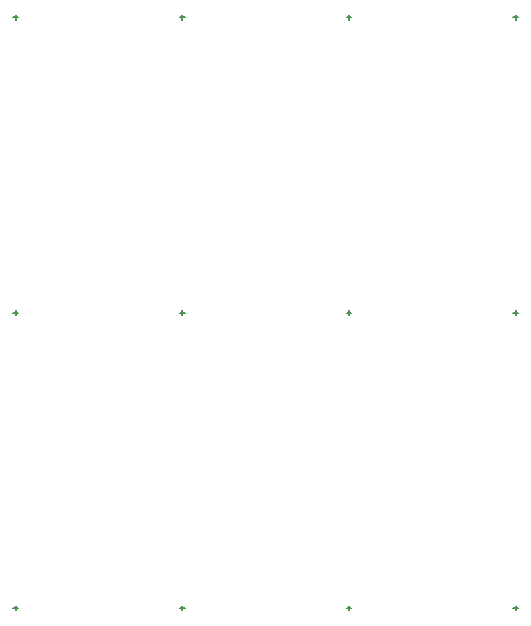
<source format=gbr>
%TF.GenerationSoftware,Altium Limited,Altium Designer,22.0.2 (36)*%
G04 Layer_Color=128*
%FSLAX26Y26*%
%MOIN*%
%TF.SameCoordinates,7C2B3453-B62B-4687-BB94-77A5B7653B1A*%
%TF.FilePolarity,Positive*%
%TF.FileFunction,Drillmap*%
%TF.Part,CustomerPanel*%
G01*
G75*
%TA.AperFunction,NonConductor*%
%ADD50C,0.005000*%
D50*
X-847165Y-853661D02*
X-831417D01*
X-839291Y-861535D02*
Y-845787D01*
X-291850Y-853661D02*
X-276102D01*
X-283976Y-861535D02*
Y-845787D01*
X263465Y-853661D02*
X279213D01*
X271339Y-861535D02*
Y-845787D01*
X818780Y-853661D02*
X834528D01*
X826654Y-861535D02*
Y-845787D01*
X-847165Y130591D02*
X-831417D01*
X-839291Y122717D02*
Y138465D01*
X-291850Y130591D02*
X-276102D01*
X-283976Y122717D02*
Y138465D01*
X263465Y130591D02*
X279213D01*
X271339Y122717D02*
Y138465D01*
X818780Y130591D02*
X834528D01*
X826654Y122717D02*
Y138465D01*
X-847165Y1114843D02*
X-831417D01*
X-839291Y1106969D02*
Y1122717D01*
X-291850Y1114843D02*
X-276102D01*
X-283976Y1106969D02*
Y1122717D01*
X263465Y1114843D02*
X279213D01*
X271339Y1106969D02*
Y1122717D01*
X818780Y1114843D02*
X834528D01*
X826654Y1106969D02*
Y1122717D01*
%TF.MD5,cba3c734ae509899252606980b88e390*%
M02*

</source>
